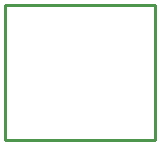
<source format=gbr>
G04 start of page 9 for group -4078 idx -4078 *
G04 Title: (unknown), bottomsilk *
G04 Creator: pcb 20140316 *
G04 CreationDate: Thu 20 Aug 2020 03:07:22 AM GMT UTC *
G04 For: railfan *
G04 Format: Gerber/RS-274X *
G04 PCB-Dimensions (mil): 2000.00 2000.00 *
G04 PCB-Coordinate-Origin: lower left *
%MOIN*%
%FSLAX25Y25*%
%LNBOTTOMSILK*%
%ADD43C,0.0100*%
G54D43*X75000Y122500D02*X125000D01*
Y77500D02*Y122500D01*
X75000Y77500D02*X125000D01*
X75000D02*Y122500D01*
M02*

</source>
